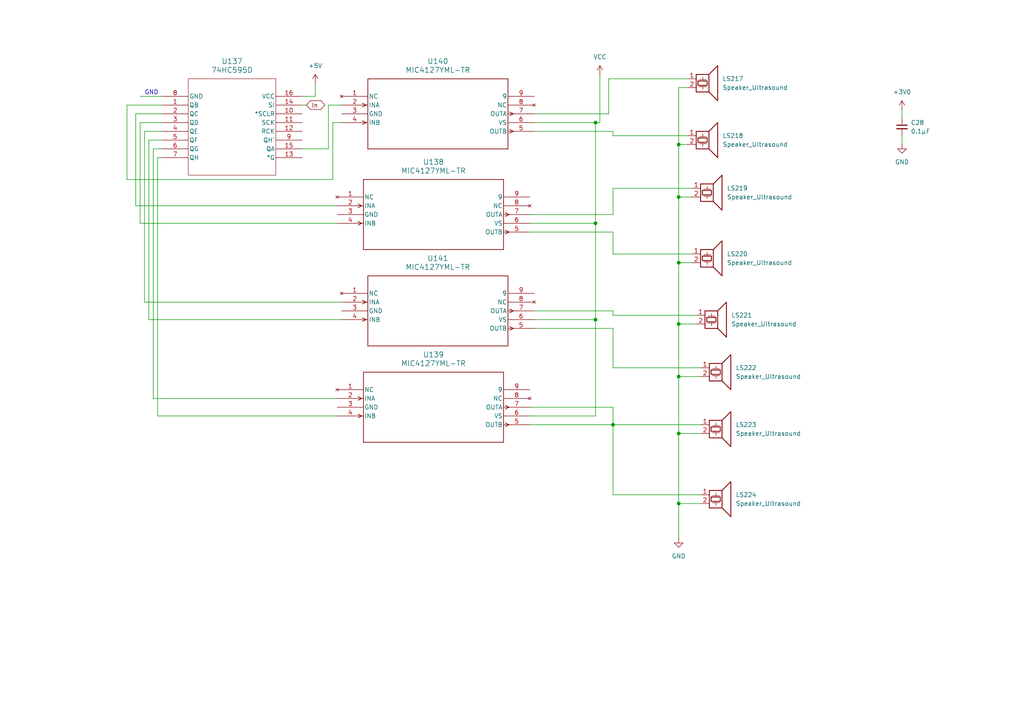
<source format=kicad_sch>
(kicad_sch (version 20250114) (generator "eeschema") (generator_version "9.0")
  (paper "A4")
  (lib_symbols
    (symbol "2025-12-28_09-02-17:MIC4127YML-TR" (pin_names (offset 0.254))
      (property "Reference" "U" (at 27.94 10.16 0))
      (property "Value" "MIC4127YML-TR" (at 27.94 7.62 0))
      (symbol "MIC4127YML-TR_0_1"
        (polyline (pts (xy 7.0993 -2.54) (xy 6.0579 -2.0193)) (stroke (width 0.2032)))
        (polyline (pts (xy 7.0993 -2.54) (xy 6.0579 -3.0607)) (stroke (width 0.2032)))
        (polyline (pts (xy 7.0993 -7.62) (xy 6.0579 -7.0993)) (stroke (width 0.2032)))
        (polyline (pts (xy 7.0993 -7.62) (xy 6.0579 -8.1407)) (stroke (width 0.2032)))
        (polyline (pts (xy 7.62 5.08) (xy 7.62 -15.24)) (stroke (width 0.2032)))
        (polyline (pts (xy 7.62 -15.24) (xy 48.26 -15.24)) (stroke (width 0.2032)))
        (polyline (pts (xy 48.26 5.08) (xy 7.62 5.08)) (stroke (width 0.2032)))
        (polyline (pts (xy 48.26 -15.24) (xy 48.26 5.08)) (stroke (width 0.2032)))
        (polyline (pts (xy 48.7807 -4.5593) (xy 49.8221 -5.08)) (stroke (width 0.2032)))
        (polyline (pts (xy 48.7807 -5.6007) (xy 49.8221 -5.08)) (stroke (width 0.2032)))
        (polyline (pts (xy 48.7807 -9.6393) (xy 49.8221 -10.16)) (stroke (width 0.2032)))
        (polyline (pts (xy 48.7807 -10.6807) (xy 49.8221 -10.16)) (stroke (width 0.2032)))
        (pin no_connect line (at 0 0 0) (length 7.62) (name "NC") (number "1"))
        (pin input line (at 0 -2.54 0) (length 7.62) (name "INA") (number "2"))
        (pin power_in line (at 0 -5.08 0) (length 7.62) (name "GND") (number "3"))
        (pin input line (at 0 -7.62 0) (length 7.62) (name "INB") (number "4"))
        (pin unspecified line (at 55.88 0 180) (length 7.62) (name "9") (number "9"))
        (pin no_connect line (at 55.88 -2.54 180) (length 7.62) (name "NC") (number "8"))
        (pin output line (at 55.88 -5.08 180) (length 7.62) (name "OUTA") (number "7"))
        (pin power_in line (at 55.88 -7.62 180) (length 7.62) (name "VS") (number "6"))
        (pin output line (at 55.88 -10.16 180) (length 7.62) (name "OUTB") (number "5"))
      )
    )
    (symbol "2025-12-28_09-22-42:74HC595D" (pin_names (offset 0.254))
      (property "Reference" "U" (at 20.32 10.16 0))
      (property "Value" "74HC595D" (at 20.32 7.62 0))
      (symbol "74HC595D_0_1"
        (polyline (pts (xy 7.62 5.08) (xy 7.62 -22.86)) (stroke (width 0.127)))
        (polyline (pts (xy 7.62 -22.86) (xy 33.02 -22.86)) (stroke (width 0.127)))
        (polyline (pts (xy 33.02 5.08) (xy 7.62 5.08)) (stroke (width 0.127)))
        (polyline (pts (xy 33.02 -22.86) (xy 33.02 5.08)) (stroke (width 0.127)))
        (pin power_out line (at 0 0 0) (length 7.62) (name "GND") (number "8"))
        (pin output line (at 0 -2.54 0) (length 7.62) (name "QB") (number "1"))
        (pin output line (at 0 -5.08 0) (length 7.62) (name "QC") (number "2"))
        (pin output line (at 0 -7.62 0) (length 7.62) (name "QD") (number "3"))
        (pin output line (at 0 -10.16 0) (length 7.62) (name "QE") (number "4"))
        (pin output line (at 0 -12.7 0) (length 7.62) (name "QF") (number "5"))
        (pin output line (at 0 -15.24 0) (length 7.62) (name "QG") (number "6"))
        (pin output line (at 0 -17.78 0) (length 7.62) (name "QH") (number "7"))
        (pin power_in line (at 40.64 0 180) (length 7.62) (name "VCC") (number "16"))
        (pin input line (at 40.64 -2.54 180) (length 7.62) (name "SI") (number "14"))
        (pin input line (at 40.64 -5.08 180) (length 7.62) (name "*SCLR") (number "10"))
        (pin input line (at 40.64 -7.62 180) (length 7.62) (name "SCK") (number "11"))
        (pin input line (at 40.64 -10.16 180) (length 7.62) (name "RCK") (number "12"))
        (pin output line (at 40.64 -12.7 180) (length 7.62) (name "QH'") (number "9"))
        (pin output line (at 40.64 -15.24 180) (length 7.62) (name "QA") (number "15"))
        (pin input line (at 40.64 -17.78 180) (length 7.62) (name "*G") (number "13"))
      )
    )
    (symbol "Device:C_Small" (pin_numbers (hide yes)) (pin_names (offset 0.254) (hide yes))
      (property "Reference" "C" (at 0.254 1.778 0))
      (property "Value" "C_Small" (at 0.254 -2.032 0))
      (symbol "C_Small_0_1"
        (polyline (pts (xy -1.524 0.508) (xy 1.524 0.508)) (stroke (width 0.3048)))
        (polyline (pts (xy -1.524 -0.508) (xy 1.524 -0.508)) (stroke (width 0.3302)))
      )
      (symbol "C_Small_1_1"
        (pin passive line (at 0 2.54 270) (length 2.032) (name "~") (number "1"))
        (pin passive line (at 0 -2.54 90) (length 2.032) (name "~") (number "2"))
      )
    )
    (symbol "Device:Speaker_Ultrasound" (pin_names (offset 0) (hide yes))
      (property "Reference" "LS" (at 0.635 5.715 0))
      (property "Value" "Speaker_Ultrasound" (at 0.635 3.81 0))
      (symbol "Speaker_Ultrasound_0_0"
        (rectangle (start -2.54 1.27) (end 1.143 -3.81) (stroke (width 0.254)))
        (rectangle (start -2.032 -0.635) (end 0.635 -1.905) (stroke (width 0.254)))
        (polyline (pts (xy -1.651 -0.254) (xy 0.381 -0.254)))
        (polyline (pts (xy -1.651 -2.286) (xy 0.381 -2.286)))
        (polyline (pts (xy -0.635 -0.254) (xy -0.635 0.508)))
        (polyline (pts (xy -0.635 -2.286) (xy -0.635 -3.048)))
        (polyline (pts (xy 1.143 1.27) (xy 3.683 3.81) (xy 3.683 -6.35) (xy 1.143 -3.81)) (stroke (width 0.254)))
      )
      (symbol "Speaker_Ultrasound_1_1"
        (pin input line (at -5.08 0 0) (length 2.54) (name "1") (number "1"))
        (pin input line (at -5.08 -2.54 0) (length 2.54) (name "2") (number "2"))
      )
    )
    (symbol "power:+3V0" (power) (pin_numbers (hide yes)) (pin_names (offset 0) (hide yes))
      (property "Value" "+3V0" (at 0 3.556 0))
      (symbol "+3V0_0_1"
        (polyline (pts (xy -0.762 1.27) (xy 0 2.54)))
        (polyline (pts (xy 0 2.54) (xy 0.762 1.27)))
        (polyline (pts (xy 0 0) (xy 0 2.54)))
      )
      (symbol "+3V0_1_1"
        (pin power_in line (at 0 0 90) (length 0) (name "~") (number "1"))
      )
    )
    (symbol "power:+5V" (power) (pin_numbers (hide yes)) (pin_names (offset 0) (hide yes))
      (property "Value" "+5V" (at 0 3.556 0))
      (symbol "+5V_0_1"
        (polyline (pts (xy -0.762 1.27) (xy 0 2.54)))
        (polyline (pts (xy 0 2.54) (xy 0.762 1.27)))
        (polyline (pts (xy 0 0) (xy 0 2.54)))
      )
      (symbol "+5V_1_1"
        (pin power_in line (at 0 0 90) (length 0) (name "~") (number "1"))
      )
    )
    (symbol "power:GND" (power) (pin_numbers (hide yes)) (pin_names (offset 0) (hide yes))
      (property "Value" "GND" (at 0 -3.81 0))
      (symbol "GND_0_1"
        (polyline (pts (xy 0 0) (xy 0 -1.27) (xy 1.27 -1.27) (xy 0 -2.54) (xy -1.27 -1.27) (xy 0 -1.27)))
      )
      (symbol "GND_1_1"
        (pin power_in line (at 0 0 270) (length 0) (name "~") (number "1"))
      )
    )
    (symbol "power:VCC" (power) (pin_numbers (hide yes)) (pin_names (offset 0) (hide yes))
      (property "Value" "VCC" (at 0 3.556 0))
      (symbol "VCC_0_1"
        (polyline (pts (xy -0.762 1.27) (xy 0 2.54)))
        (polyline (pts (xy 0 2.54) (xy 0.762 1.27)))
        (polyline (pts (xy 0 0) (xy 0 2.54)))
      )
      (symbol "VCC_1_1"
        (pin power_in line (at 0 0 90) (length 0) (name "~") (number "1"))
      )
    )
  )
  (text "GND" (at 43.942 26.924 0) (effects (font (size 1.27 1.27))))
  (junction (at 172.72 64.77))
  (junction (at 196.85 57.15))
  (junction (at 196.85 41.91))
  (junction (at 196.85 125.73))
  (junction (at 196.85 109.22))
  (junction (at 196.85 76.2))
  (junction (at 172.72 35.56))
  (junction (at 177.8 123.19))
  (junction (at 172.72 92.71))
  (junction (at 196.85 146.05))
  (junction (at 196.85 93.98))
  (wire (pts (xy 172.72 92.71) (xy 172.72 120.65)))
  (wire (pts (xy 177.8 123.19) (xy 203.2 123.19)))
  (wire (pts (xy 44.45 115.57) (xy 97.79 115.57)))
  (wire (pts (xy 153.67 120.65) (xy 172.72 120.65)))
  (wire (pts (xy 177.8 123.19) (xy 177.8 143.51)))
  (wire (pts (xy 196.85 57.15) (xy 196.85 76.2)))
  (wire (pts (xy 45.72 120.65) (xy 97.79 120.65)))
  (wire (pts (xy 46.99 43.18) (xy 44.45 43.18)))
  (wire (pts (xy 196.85 146.05) (xy 196.85 156.21)))
  (wire (pts (xy 177.8 118.11) (xy 177.8 123.19)))
  (wire (pts (xy 203.2 146.05) (xy 196.85 146.05)))
  (wire (pts (xy 173.99 21.59) (xy 173.99 35.56)))
  (wire (pts (xy 196.85 109.22) (xy 196.85 125.73)))
  (wire (pts (xy 43.18 92.71) (xy 99.06 92.71)))
  (wire (pts (xy 153.67 123.19) (xy 177.8 123.19)))
  (wire (pts (xy 196.85 57.15) (xy 200.66 57.15)))
  (wire (pts (xy 154.94 38.1) (xy 177.8 38.1)))
  (wire (pts (xy 177.8 54.61) (xy 200.66 54.61)))
  (wire (pts (xy 153.67 67.31) (xy 177.8 67.31)))
  (wire (pts (xy 196.85 125.73) (xy 203.2 125.73)))
  (wire (pts (xy 196.85 93.98) (xy 201.93 93.98)))
  (wire (pts (xy 177.8 73.66) (xy 200.66 73.66)))
  (wire (pts (xy 176.53 33.02) (xy 176.53 22.86)))
  (wire (pts (xy 46.99 30.48) (xy 36.83 30.48)))
  (wire (pts (xy 196.85 93.98) (xy 196.85 109.22)))
  (wire (pts (xy 177.8 91.44) (xy 201.93 91.44)))
  (wire (pts (xy 40.64 27.94) (xy 46.99 27.94)))
  (wire (pts (xy 46.99 45.72) (xy 45.72 45.72)))
  (wire (pts (xy 196.85 109.22) (xy 203.2 109.22)))
  (wire (pts (xy 46.99 35.56) (xy 40.64 35.56)))
  (wire (pts (xy 43.18 40.64) (xy 43.18 92.71)))
  (wire (pts (xy 177.8 38.1) (xy 177.8 39.37)))
  (wire (pts (xy 199.39 25.4) (xy 196.85 25.4)))
  (wire (pts (xy 95.25 43.18) (xy 95.25 30.48)))
  (wire (pts (xy 154.94 90.17) (xy 177.8 90.17)))
  (wire (pts (xy 41.91 38.1) (xy 41.91 87.63)))
  (wire (pts (xy 96.52 35.56) (xy 99.06 35.56)))
  (wire (pts (xy 46.99 40.64) (xy 43.18 40.64)))
  (wire (pts (xy 41.91 87.63) (xy 99.06 87.63)))
  (wire (pts (xy 44.45 43.18) (xy 44.45 115.57)))
  (wire (pts (xy 87.63 27.94) (xy 91.44 27.94)))
  (wire (pts (xy 196.85 25.4) (xy 196.85 41.91)))
  (wire (pts (xy 40.64 64.77) (xy 97.79 64.77)))
  (wire (pts (xy 196.85 76.2) (xy 200.66 76.2)))
  (wire (pts (xy 177.8 62.23) (xy 177.8 54.61)))
  (wire (pts (xy 87.63 43.18) (xy 95.25 43.18)))
  (wire (pts (xy 261.62 31.75) (xy 261.62 34.29)))
  (wire (pts (xy 196.85 41.91) (xy 196.85 57.15)))
  (wire (pts (xy 39.37 59.69) (xy 97.79 59.69)))
  (wire (pts (xy 154.94 92.71) (xy 172.72 92.71)))
  (wire (pts (xy 91.44 24.13) (xy 91.44 27.94)))
  (wire (pts (xy 36.83 30.48) (xy 36.83 52.07)))
  (wire (pts (xy 177.8 143.51) (xy 203.2 143.51)))
  (wire (pts (xy 177.8 67.31) (xy 177.8 73.66)))
  (wire (pts (xy 176.53 22.86) (xy 199.39 22.86)))
  (wire (pts (xy 153.67 118.11) (xy 177.8 118.11)))
  (wire (pts (xy 177.8 106.68) (xy 203.2 106.68)))
  (wire (pts (xy 95.25 30.48) (xy 99.06 30.48)))
  (wire (pts (xy 87.63 30.48) (xy 88.9 30.48)))
  (wire (pts (xy 46.99 33.02) (xy 39.37 33.02)))
  (wire (pts (xy 96.52 52.07) (xy 96.52 35.56)))
  (wire (pts (xy 196.85 125.73) (xy 196.85 146.05)))
  (wire (pts (xy 154.94 33.02) (xy 176.53 33.02)))
  (wire (pts (xy 36.83 52.07) (xy 96.52 52.07)))
  (wire (pts (xy 172.72 64.77) (xy 172.72 92.71)))
  (wire (pts (xy 177.8 95.25) (xy 177.8 106.68)))
  (wire (pts (xy 153.67 64.77) (xy 172.72 64.77)))
  (wire (pts (xy 172.72 35.56) (xy 172.72 64.77)))
  (wire (pts (xy 153.67 62.23) (xy 177.8 62.23)))
  (wire (pts (xy 177.8 39.37) (xy 199.39 39.37)))
  (wire (pts (xy 177.8 90.17) (xy 177.8 91.44)))
  (wire (pts (xy 154.94 35.56) (xy 172.72 35.56)))
  (wire (pts (xy 261.62 39.37) (xy 261.62 41.91)))
  (wire (pts (xy 154.94 95.25) (xy 177.8 95.25)))
  (wire (pts (xy 196.85 41.91) (xy 199.39 41.91)))
  (wire (pts (xy 196.85 76.2) (xy 196.85 93.98)))
  (wire (pts (xy 172.72 35.56) (xy 173.99 35.56)))
  (wire (pts (xy 39.37 33.02) (xy 39.37 59.69)))
  (wire (pts (xy 46.99 38.1) (xy 41.91 38.1)))
  (wire (pts (xy 40.64 35.56) (xy 40.64 64.77)))
  (wire (pts (xy 45.72 45.72) (xy 45.72 120.65)))
  (global_label "In" (shape bidirectional) (at 88.9 30.48 0) (property "Intersheetrefs" "${INTERSHEET_REFS}" (effects (hide yes))))
  (symbol (lib_id "power:GND") (at 261.62 41.91 0) (unit 1)
    (property "Reference" "#PWR0140" (effects (hide yes)))
    (property "Value" "GND" (at 261.62 46.99 0))
    (property "Description" "Power symbol creates a global label with name \"GND\" , ground" (effects (hide yes)))
  )
  (symbol (lib_id "power:+5V") (at 91.44 24.13 0) (unit 1)
    (property "Reference" "#PWR0136" (effects (hide yes)))
    (property "Value" "+5V" (at 91.44 19.05 0))
    (property "Description" "Power symbol creates a global label with name \"+5V\"" (effects (hide yes)))
  )
  (symbol (lib_id "Device:Speaker_Ultrasound") (at 205.74 73.66 0) (unit 1)
    (property "Reference" "LS220" (at 210.82 73.6599 0) (effects (justify left)))
    (property "Value" "Speaker_Ultrasound" (at 210.82 76.1999 0) (effects (justify left)))
    (property "Description" "Ultrasonic transducer" (effects (hide yes)))
  )
  (symbol (lib_id "Device:C_Small") (at 261.62 36.83 0) (unit 1)
    (property "Reference" "C28" (at 264.16 35.5662 0) (effects (justify left)))
    (property "Value" "0.1μF" (at 264.16 38.1062 0) (effects (justify left)))
    (property "Description" "Unpolarized capacitor, small symbol" (effects (hide yes)))
  )
  (symbol (lib_id "2025-12-28_09-22-42:74HC595D") (at 46.99 27.94 0) (unit 1)
    (property "Reference" "U137" (at 67.31 17.78 0) (effects (font (size 1.524 1.524))))
    (property "Value" "74HC595D" (at 67.31 20.32 0) (effects (font (size 1.524 1.524))))
    (property "Footprint" "SOIC16_TOS" (effects (hide yes)))
    (property "Datasheet" "https://toshiba.semicon-storage.com/info/docget.jsp?did=36768&prodName=74HC595D" (effects (hide yes)))
  )
  (symbol (lib_id "Device:Speaker_Ultrasound") (at 205.74 54.61 0) (unit 1)
    (property "Reference" "LS219" (at 210.82 54.6099 0) (effects (justify left)))
    (property "Value" "Speaker_Ultrasound" (at 210.82 57.1499 0) (effects (justify left)))
    (property "Description" "Ultrasonic transducer" (effects (hide yes)))
  )
  (symbol (lib_id "2025-12-28_09-02-17:MIC4127YML-TR") (at 99.06 27.94 0) (unit 1)
    (property "Reference" "U140" (at 127 17.78 0) (effects (font (size 1.524 1.524))))
    (property "Value" "MIC4127YML-TR" (at 127 20.32 0) (effects (font (size 1.524 1.524))))
    (property "Footprint" "MLF-8_ML_MCH" (effects (hide yes)))
    (property "Datasheet" "MIC4127YML-TR" (effects (hide yes)))
  )
  (symbol (lib_id "Device:Speaker_Ultrasound") (at 204.47 39.37 0) (unit 1)
    (property "Reference" "LS218" (at 209.55 39.3699 0) (effects (justify left)))
    (property "Value" "Speaker_Ultrasound" (at 209.55 41.9099 0) (effects (justify left)))
    (property "Description" "Ultrasonic transducer" (effects (hide yes)))
  )
  (symbol (lib_id "2025-12-28_09-02-17:MIC4127YML-TR") (at 97.79 113.03 0) (unit 1)
    (property "Reference" "U139" (at 125.73 102.87 0) (effects (font (size 1.524 1.524))))
    (property "Value" "MIC4127YML-TR" (at 125.73 105.41 0) (effects (font (size 1.524 1.524))))
    (property "Footprint" "MLF-8_ML_MCH" (effects (hide yes)))
    (property "Datasheet" "MIC4127YML-TR" (effects (hide yes)))
  )
  (symbol (lib_id "power:+3V0") (at 261.62 31.75 0) (unit 1)
    (property "Reference" "#PWR0139" (effects (hide yes)))
    (property "Value" "+3V0" (at 261.62 26.67 0))
    (property "Description" "Power symbol creates a global label with name \"+3V0\"" (effects (hide yes)))
  )
  (symbol (lib_id "Device:Speaker_Ultrasound") (at 208.28 106.68 0) (unit 1)
    (property "Reference" "LS222" (at 213.36 106.6799 0) (effects (justify left)))
    (property "Value" "Speaker_Ultrasound" (at 213.36 109.2199 0) (effects (justify left)))
    (property "Description" "Ultrasonic transducer" (effects (hide yes)))
  )
  (symbol (lib_id "Device:Speaker_Ultrasound") (at 204.47 22.86 0) (unit 1)
    (property "Reference" "LS217" (at 209.55 22.8599 0) (effects (justify left)))
    (property "Value" "Speaker_Ultrasound" (at 209.55 25.3999 0) (effects (justify left)))
    (property "Description" "Ultrasonic transducer" (effects (hide yes)))
  )
  (symbol (lib_id "power:GND") (at 196.85 156.21 0) (unit 1)
    (property "Reference" "#PWR0138" (effects (hide yes)))
    (property "Value" "GND" (at 196.85 161.29 0))
    (property "Description" "Power symbol creates a global label with name \"GND\" , ground" (effects (hide yes)))
  )
  (symbol (lib_id "power:VCC") (at 173.99 21.59 0) (unit 1)
    (property "Reference" "#PWR0137" (effects (hide yes)))
    (property "Value" "VCC" (at 173.99 16.51 0))
    (property "Description" "Power symbol creates a global label with name \"VCC\"" (effects (hide yes)))
  )
  (symbol (lib_id "Device:Speaker_Ultrasound") (at 208.28 143.51 0) (unit 1)
    (property "Reference" "LS224" (at 213.36 143.5099 0) (effects (justify left)))
    (property "Value" "Speaker_Ultrasound" (at 213.36 146.0499 0) (effects (justify left)))
    (property "Description" "Ultrasonic transducer" (effects (hide yes)))
  )
  (symbol (lib_id "2025-12-28_09-02-17:MIC4127YML-TR") (at 99.06 85.09 0) (unit 1)
    (property "Reference" "U141" (at 127 74.93 0) (effects (font (size 1.524 1.524))))
    (property "Value" "MIC4127YML-TR" (at 127 77.47 0) (effects (font (size 1.524 1.524))))
    (property "Footprint" "MLF-8_ML_MCH" (effects (hide yes)))
    (property "Datasheet" "MIC4127YML-TR" (effects (hide yes)))
  )
  (symbol (lib_id "2025-12-28_09-02-17:MIC4127YML-TR") (at 97.79 57.15 0) (unit 1)
    (property "Reference" "U138" (at 125.73 46.99 0) (effects (font (size 1.524 1.524))))
    (property "Value" "MIC4127YML-TR" (at 125.73 49.53 0) (effects (font (size 1.524 1.524))))
    (property "Footprint" "MLF-8_ML_MCH" (effects (hide yes)))
    (property "Datasheet" "MIC4127YML-TR" (effects (hide yes)))
  )
  (symbol (lib_id "Device:Speaker_Ultrasound") (at 207.01 91.44 0) (unit 1)
    (property "Reference" "LS221" (at 212.09 91.4399 0) (effects (justify left)))
    (property "Value" "Speaker_Ultrasound" (at 212.09 93.9799 0) (effects (justify left)))
    (property "Description" "Ultrasonic transducer" (effects (hide yes)))
  )
  (symbol (lib_id "Device:Speaker_Ultrasound") (at 208.28 123.19 0) (unit 1)
    (property "Reference" "LS223" (at 213.36 123.1899 0) (effects (justify left)))
    (property "Value" "Speaker_Ultrasound" (at 213.36 125.7299 0) (effects (justify left)))
    (property "Description" "Ultrasonic transducer" (effects (hide yes)))
  )
)
</source>
